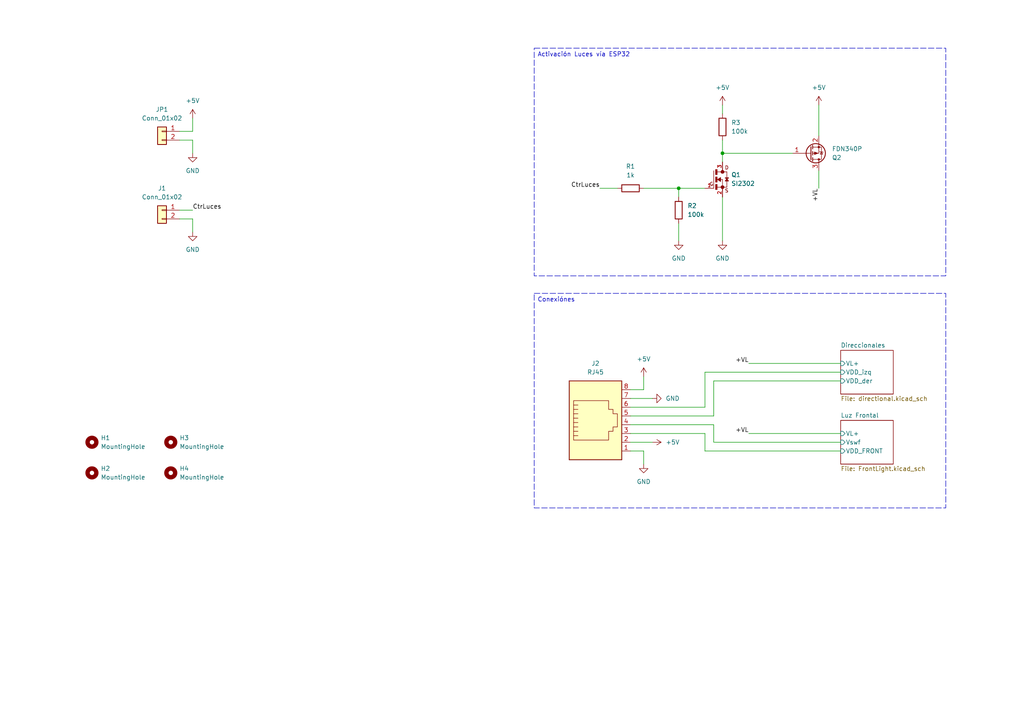
<source format=kicad_sch>
(kicad_sch (version 20230121) (generator eeschema)
  (paper "A4")
  (lib_symbols
    (symbol "Connector:RJ45" (pin_names (offset 1.016))
      (property "Reference" "J" (at -5.08 13.97 0))
      (property "Value" "RJ45" (at 2.54 13.97 0))
      (symbol "RJ45_0_1"
        (polyline (pts (xy -5.08 4.445) (xy -6.35 4.445)))
        (polyline (pts (xy -5.08 5.715) (xy -6.35 5.715)))
        (polyline (pts (xy -6.35 -3.175) (xy -5.08 -3.175) (xy -5.08 -3.175)))
        (polyline (pts (xy -6.35 -1.905) (xy -5.08 -1.905) (xy -5.08 -1.905)))
        (polyline (pts (xy -6.35 -0.635) (xy -5.08 -0.635) (xy -5.08 -0.635)))
        (polyline (pts (xy -6.35 0.635) (xy -5.08 0.635) (xy -5.08 0.635)))
        (polyline (pts (xy -6.35 1.905) (xy -5.08 1.905) (xy -5.08 1.905)))
        (polyline (pts (xy -5.08 3.175) (xy -6.35 3.175) (xy -6.35 3.175)))
        (polyline (pts (xy -6.35 -4.445) (xy -6.35 6.985) (xy 3.81 6.985) (xy 3.81 4.445) (xy 5.08 4.445) (xy 5.08 3.175) (xy 6.35 3.175) (xy 6.35 -0.635) (xy 5.08 -0.635) (xy 5.08 -1.905) (xy 3.81 -1.905) (xy 3.81 -4.445) (xy -6.35 -4.445) (xy -6.35 -4.445)))
        (rectangle (start 7.62 12.7) (end -7.62 -10.16) (stroke (width 0.254)) (fill (type background)))
      )
      (symbol "RJ45_1_1"
        (pin passive line (at 10.16 -7.62 180) (length 2.54) (name "~") (number "1"))
        (pin passive line (at 10.16 -5.08 180) (length 2.54) (name "~") (number "2"))
        (pin passive line (at 10.16 -2.54 180) (length 2.54) (name "~") (number "3"))
        (pin passive line (at 10.16 0 180) (length 2.54) (name "~") (number "4"))
        (pin passive line (at 10.16 2.54 180) (length 2.54) (name "~") (number "5"))
        (pin passive line (at 10.16 5.08 180) (length 2.54) (name "~") (number "6"))
        (pin passive line (at 10.16 7.62 180) (length 2.54) (name "~") (number "7"))
        (pin passive line (at 10.16 10.16 180) (length 2.54) (name "~") (number "8"))
      )
    )
    (symbol "Connector_Generic:Conn_01x02" (pin_names (offset 1.016) hide)
      (property "Reference" "J" (at 0 2.54 0))
      (property "Value" "Conn_01x02" (at 0 -5.08 0))
      (symbol "Conn_01x02_1_1"
        (rectangle (start -1.27 -2.413) (end 0 -2.667) (stroke (width 0.1524)))
        (rectangle (start -1.27 0.127) (end 0 -0.127) (stroke (width 0.1524)))
        (rectangle (start -1.27 1.27) (end 1.27 -3.81) (stroke (width 0.254)) (fill (type background)))
        (pin passive line (at -5.08 0 0) (length 3.81) (name "Pin_1") (number "1"))
        (pin passive line (at -5.08 -2.54 0) (length 3.81) (name "Pin_2") (number "2"))
      )
    )
    (symbol "Device:R" (pin_numbers hide) (pin_names (offset 0))
      (property "Reference" "R" (at 2.032 0 90))
      (property "Value" "R" (at 0 0 90))
      (symbol "R_0_1"
        (rectangle (start -1.016 -2.54) (end 1.016 2.54) (stroke (width 0.254)))
      )
      (symbol "R_1_1"
        (pin passive line (at 0 3.81 270) (length 1.27) (name "~") (number "1"))
        (pin passive line (at 0 -3.81 90) (length 1.27) (name "~") (number "2"))
      )
    )
    (symbol "Mechanical:MountingHole" (pin_names (offset 1.016))
      (property "Reference" "H" (at 0 5.08 0))
      (property "Value" "MountingHole" (at 0 3.175 0))
      (symbol "MountingHole_0_1"
        (circle (center 0 0) (radius 1.27) (stroke (width 1.27)))
      )
    )
    (symbol "Power_Conn_01x02:Conn_01x02" (pin_names (offset 1.016) hide)
      (property "Reference" "JP" (at 0 2.54 0))
      (property "Value" "Conn_01x02" (at 0 -5.08 0))
      (symbol "Conn_01x02_1_1"
        (rectangle (start -1.27 -2.413) (end 0 -2.667) (stroke (width 0.1524)))
        (rectangle (start -1.27 0.127) (end 0 -0.127) (stroke (width 0.1524)))
        (rectangle (start -1.27 1.27) (end 1.27 -3.81) (stroke (width 0.254)) (fill (type background)))
        (pin power_out line (at -5.08 0 0) (length 3.81) (name "Pin_1") (number "1"))
        (pin power_out line (at -5.08 -2.54 0) (length 3.81) (name "Pin_2") (number "2"))
      )
    )
    (symbol "SI2302:SI2302" (pin_names (offset 1.016))
      (property "Reference" "Q" (at 2.5417 0 0))
      (property "Value" "SI2302" (at 2.5438 -2.5438 0))
      (symbol "SI2302_0_0"
        (rectangle (start -2.035 1.399) (end -1.524 2.921) (stroke (width 0.1)) (fill (type outline)))
        (rectangle (start -2.0335 -2.9232) (end -1.524 -1.397) (stroke (width 0.1)) (fill (type outline)))
        (rectangle (start -2.0336 -0.7626) (end -1.524 0.762) (stroke (width 0.1)) (fill (type outline)))
        (circle (center 0 -2.2225) (radius 0.127) (stroke (width 0.4064)))
        (polyline (pts (xy -2.54 -2.54) (xy -2.54 2.54)) (stroke (width 0.1524)))
        (polyline (pts (xy -1.5875 -2.2225) (xy 0 -2.2225)) (stroke (width 0.1524)))
        (polyline (pts (xy -1.5875 2.2225) (xy 0 2.2225)) (stroke (width 0.1524)))
        (polyline (pts (xy -0.508 0) (xy 0 0)) (stroke (width 0.1524)))
        (polyline (pts (xy 0 -2.2225) (xy 0 -2.54)) (stroke (width 0.1524)))
        (polyline (pts (xy 0 0) (xy 0 -2.2225)) (stroke (width 0.1524)))
        (polyline (pts (xy 0 2.2225) (xy 1.27 2.2225)) (stroke (width 0.1524)))
        (polyline (pts (xy 0 2.54) (xy 0 2.2225)) (stroke (width 0.1524)))
        (polyline (pts (xy 1.27 -2.2225) (xy 0 -2.2225)) (stroke (width 0.1524)))
        (polyline (pts (xy 1.27 2.2225) (xy 1.27 -2.2225)) (stroke (width 0.1524)))
        (polyline (pts (xy -1.524 0) (xy -0.508 0.635) (xy -0.508 -0.635) (xy -1.524 0)) (stroke (width 0.1016)) (fill (type outline)))
        (polyline (pts (xy 1.27 0.3175) (xy 0.762 -0.4445) (xy 1.778 -0.4445) (xy 1.27 0.3175)) (stroke (width 0.1524)) (fill (type outline)))
        (circle (center 0 2.2225) (radius 0.127) (stroke (width 0.4064)))
        (rectangle (start 0.7632 0.318) (end 1.778 0.5715) (stroke (width 0.1)) (fill (type outline)))
        (text "D" (at 0.6361 2.8623 0) (effects (font (size 1.0177 1.0177)) (justify left bottom)))
        (text "G" (at -3.813 -1.9065 0) (effects (font (size 1.0168 1.0168)) (justify left bottom)))
        (text "S" (at 0.6357 -3.8141 0) (effects (font (size 1.0171 1.0171)) (justify left bottom)))
        (pin passive line (at -5.08 -2.54 0) (length 2.54) (name "~") (number "1"))
        (pin passive line (at 0 -5.08 90) (length 2.54) (name "~") (number "2"))
        (pin passive line (at 0 5.08 270) (length 2.54) (name "~") (number "3"))
      )
    )
    (symbol "Transistor_FET:FDN340P" (pin_names hide)
      (property "Reference" "Q" (at 5.08 1.905 0))
      (property "Value" "FDN340P" (at 5.08 0 0))
      (symbol "FDN340P_0_1"
        (polyline (pts (xy 0.254 0) (xy -2.54 0)))
        (polyline (pts (xy 0.254 1.905) (xy 0.254 -1.905)) (stroke (width 0.254)))
        (polyline (pts (xy 0.762 -1.27) (xy 0.762 -2.286)) (stroke (width 0.254)))
        (polyline (pts (xy 0.762 0.508) (xy 0.762 -0.508)) (stroke (width 0.254)))
        (polyline (pts (xy 0.762 2.286) (xy 0.762 1.27)) (stroke (width 0.254)))
        (polyline (pts (xy 2.54 2.54) (xy 2.54 1.778)))
        (polyline (pts (xy 2.54 -2.54) (xy 2.54 0) (xy 0.762 0)))
        (polyline (pts (xy 0.762 1.778) (xy 3.302 1.778) (xy 3.302 -1.778) (xy 0.762 -1.778)))
        (polyline (pts (xy 2.286 0) (xy 1.27 0.381) (xy 1.27 -0.381) (xy 2.286 0)) (fill (type outline)))
        (polyline (pts (xy 2.794 -0.508) (xy 2.921 -0.381) (xy 3.683 -0.381) (xy 3.81 -0.254)))
        (polyline (pts (xy 3.302 -0.381) (xy 2.921 0.254) (xy 3.683 0.254) (xy 3.302 -0.381)))
        (circle (center 1.651 0) (radius 2.794) (stroke (width 0.254)))
        (circle (center 2.54 -1.778) (radius 0.254) (fill (type outline)))
        (circle (center 2.54 1.778) (radius 0.254) (fill (type outline)))
      )
      (symbol "FDN340P_1_1"
        (pin input line (at -5.08 0 0) (length 2.54) (name "G") (number "1"))
        (pin passive line (at 2.54 -5.08 90) (length 2.54) (name "S") (number "2"))
        (pin passive line (at 2.54 5.08 270) (length 2.54) (name "D") (number "3"))
      )
    )
    (symbol "power:+5V" (power) (pin_names (offset 0))
      (property "Value" "+5V" (at 0 3.556 0))
      (symbol "+5V_0_1"
        (polyline (pts (xy -0.762 1.27) (xy 0 2.54)))
        (polyline (pts (xy 0 0) (xy 0 2.54)))
        (polyline (pts (xy 0 2.54) (xy 0.762 1.27)))
      )
      (symbol "+5V_1_1"
        (pin power_in line (at 0 0 90) (length 0) hide (name "+5V") (number "1"))
      )
    )
    (symbol "power:GND" (power) (pin_names (offset 0))
      (property "Value" "GND" (at 0 -3.81 0))
      (symbol "GND_0_1"
        (polyline (pts (xy 0 0) (xy 0 -1.27) (xy 1.27 -1.27) (xy 0 -2.54) (xy -1.27 -1.27) (xy 0 -1.27)))
      )
      (symbol "GND_1_1"
        (pin power_in line (at 0 0 270) (length 0) hide (name "GND") (number "1"))
      )
    )
  )
  (junction (at 196.85 54.61))
  (junction (at 209.55 44.45))
  (wire (pts (xy 243.84 130.81) (xy 204.47 130.81)))
  (wire (pts (xy 204.47 107.95) (xy 204.47 118.11)))
  (wire (pts (xy 186.69 54.61) (xy 196.85 54.61)))
  (wire (pts (xy 182.88 120.65) (xy 207.01 120.65)))
  (wire (pts (xy 217.17 105.41) (xy 243.84 105.41)))
  (wire (pts (xy 237.49 49.53) (xy 237.49 54.61)))
  (wire (pts (xy 55.88 63.5) (xy 52.07 63.5)))
  (wire (pts (xy 186.69 113.03) (xy 186.69 109.22)))
  (wire (pts (xy 173.99 54.61) (xy 179.07 54.61)))
  (wire (pts (xy 209.55 44.45) (xy 209.55 46.99)))
  (wire (pts (xy 196.85 57.15) (xy 196.85 54.61)))
  (wire (pts (xy 186.69 130.81) (xy 186.69 134.62)))
  (wire (pts (xy 243.84 128.27) (xy 207.01 128.27)))
  (wire (pts (xy 209.55 44.45) (xy 229.87 44.45)))
  (wire (pts (xy 52.07 38.1) (xy 55.88 38.1)))
  (wire (pts (xy 209.55 30.48) (xy 209.55 33.02)))
  (wire (pts (xy 196.85 54.61) (xy 204.47 54.61)))
  (wire (pts (xy 207.01 128.27) (xy 207.01 123.19)))
  (wire (pts (xy 243.84 110.49) (xy 207.01 110.49)))
  (wire (pts (xy 182.88 118.11) (xy 204.47 118.11)))
  (wire (pts (xy 182.88 130.81) (xy 186.69 130.81)))
  (wire (pts (xy 55.88 40.64) (xy 52.07 40.64)))
  (wire (pts (xy 243.84 107.95) (xy 204.47 107.95)))
  (wire (pts (xy 209.55 40.64) (xy 209.55 44.45)))
  (wire (pts (xy 217.17 125.73) (xy 243.84 125.73)))
  (wire (pts (xy 182.88 123.19) (xy 207.01 123.19)))
  (wire (pts (xy 55.88 44.45) (xy 55.88 40.64)))
  (wire (pts (xy 182.88 125.73) (xy 204.47 125.73)))
  (wire (pts (xy 196.85 64.77) (xy 196.85 69.85)))
  (wire (pts (xy 207.01 110.49) (xy 207.01 120.65)))
  (wire (pts (xy 182.88 115.57) (xy 189.23 115.57)))
  (wire (pts (xy 55.88 67.31) (xy 55.88 63.5)))
  (wire (pts (xy 182.88 113.03) (xy 186.69 113.03)))
  (wire (pts (xy 52.07 60.96) (xy 55.88 60.96)))
  (wire (pts (xy 182.88 128.27) (xy 189.23 128.27)))
  (wire (pts (xy 237.49 30.48) (xy 237.49 39.37)))
  (wire (pts (xy 209.55 57.15) (xy 209.55 69.85)))
  (wire (pts (xy 204.47 130.81) (xy 204.47 125.73)))
  (wire (pts (xy 55.88 38.1) (xy 55.88 34.29)))
  (text_box "Activación Luces vía ESP32\n" (at 154.94 13.97 0) (size 119.38 66.04) (stroke (width 0) (type dash)) (effects (font (size 1.27 1.27)) (justify left top)))
  (text_box "Conexiónes" (at 154.94 85.09 0) (size 119.38 62.23) (stroke (width 0) (type dash)) (effects (font (size 1.27 1.27)) (justify left top)))
  (label "CtrLuces" (at 173.99 54.61 180))
  (label "+VL" (at 237.49 54.61 270))
  (label "+VL" (at 217.17 105.41 180))
  (label "+VL" (at 217.17 125.73 180))
  (label "CtrLuces" (at 55.88 60.96 0))
  (symbol (lib_id "Connector_Generic:Conn_01x02") (at 46.99 60.96 0) (mirror y) (unit 1)
    (property "Reference" "J1" (at 46.99 54.61 0))
    (property "Value" "Conn_01x02" (at 46.99 57.15 0))
    (property "Footprint" "Connector_JST:JST_XH_B2B-XH-A_1x02_P2.50mm_Vertical" (effects hide))
  )
  (symbol (lib_id "power:GND") (at 209.55 69.85 0) (unit 1)
    (property "Reference" "#PWR010" (effects hide))
    (property "Value" "GND" (at 209.55 74.93 0))
  )
  (symbol (lib_id "power:+5V") (at 189.23 128.27 270) (unit 1)
    (property "Reference" "#PWR07" (effects hide))
    (property "Value" "+5V" (at 193.04 128.27 90) (effects (justify left)))
  )
  (symbol (lib_id "Device:R") (at 209.55 36.83 0) (unit 1)
    (property "Reference" "R3" (at 212.09 35.56 0) (effects (justify left)))
    (property "Value" "100k" (at 212.09 38.1 0) (effects (justify left)))
    (property "Footprint" "Resistor_SMD:R_0805_2012Metric_Pad1.20x1.40mm_HandSolder" (effects hide))
  )
  (symbol (lib_id "power:GND") (at 196.85 69.85 0) (unit 1)
    (property "Reference" "#PWR08" (effects hide))
    (property "Value" "GND" (at 196.85 74.93 0))
  )
  (symbol (lib_id "power:GND") (at 186.69 134.62 0) (unit 1)
    (property "Reference" "#PWR05" (effects hide))
    (property "Value" "GND" (at 186.69 139.7 0))
  )
  (symbol (lib_id "power:+5V") (at 237.49 30.48 0) (unit 1)
    (property "Reference" "#PWR011" (effects hide))
    (property "Value" "+5V" (at 237.49 25.4 0))
  )
  (symbol (lib_id "Transistor_FET:FDN340P") (at 234.95 44.45 0) (mirror x) (unit 1)
    (property "Reference" "Q2" (at 241.3 45.72 0) (effects (justify left)))
    (property "Value" "FDN340P" (at 241.3 43.18 0) (effects (justify left)))
    (property "Footprint" "Package_TO_SOT_SMD:SuperSOT-3" (effects hide))
    (property "Datasheet" "https://www.onsemi.com/pub/Collateral/FDN340P-D.PDF" (effects hide))
  )
  (symbol (lib_id "Mechanical:MountingHole") (at 26.67 137.16 0) (unit 1)
    (property "Reference" "H2" (at 29.21 135.89 0) (effects (justify left)))
    (property "Value" "MountingHole" (at 29.21 138.43 0) (effects (justify left)))
    (property "Footprint" "MountingHole:MountingHole_2.2mm_M2" (effects hide))
  )
  (symbol (lib_id "Connector:RJ45") (at 172.72 123.19 0) (unit 1)
    (property "Reference" "J2" (at 172.72 105.41 0))
    (property "Value" "RJ45" (at 172.72 107.95 0))
    (property "Footprint" "Connector_RJ:RJ45_Amphenol_RJHSE538X" (effects hide))
  )
  (symbol (lib_id "Mechanical:MountingHole") (at 49.53 128.27 0) (unit 1)
    (property "Reference" "H3" (at 52.07 127 0) (effects (justify left)))
    (property "Value" "MountingHole" (at 52.07 129.54 0) (effects (justify left)))
    (property "Footprint" "MountingHole:MountingHole_2.2mm_M2" (effects hide))
  )
  (symbol (lib_id "power:+5V") (at 55.88 34.29 0) (unit 1)
    (property "Reference" "#PWR01" (effects hide))
    (property "Value" "+5V" (at 55.88 29.21 0))
  )
  (symbol (lib_id "power:+5V") (at 186.69 109.22 0) (unit 1)
    (property "Reference" "#PWR04" (effects hide))
    (property "Value" "+5V" (at 186.69 104.14 0))
  )
  (symbol (lib_id "Device:R") (at 196.85 60.96 0) (unit 1)
    (property "Reference" "R2" (at 199.39 59.69 0) (effects (justify left)))
    (property "Value" "100k" (at 199.39 62.23 0) (effects (justify left)))
    (property "Footprint" "Resistor_SMD:R_0805_2012Metric_Pad1.20x1.40mm_HandSolder" (effects hide))
  )
  (symbol (lib_id "power:GND") (at 55.88 44.45 0) (unit 1)
    (property "Reference" "#PWR02" (effects hide))
    (property "Value" "GND" (at 55.88 49.53 0))
  )
  (symbol (lib_id "Device:R") (at 182.88 54.61 90) (unit 1)
    (property "Reference" "R1" (at 182.88 48.26 90))
    (property "Value" "1k" (at 182.88 50.8 90))
    (property "Footprint" "Resistor_SMD:R_0805_2012Metric_Pad1.20x1.40mm_HandSolder" (effects hide))
  )
  (symbol (lib_id "Power_Conn_01x02:Conn_01x02") (at 46.99 38.1 0) (mirror y) (unit 1)
    (property "Reference" "JP1" (at 46.99 31.75 0))
    (property "Value" "Conn_01x02" (at 46.99 34.29 0))
    (property "Footprint" "Connector_JST:JST_XH_B2B-XH-A_1x02_P2.50mm_Vertical" (effects hide))
  )
  (symbol (lib_id "Mechanical:MountingHole") (at 26.67 128.27 0) (unit 1)
    (property "Reference" "H1" (at 29.21 127 0) (effects (justify left)))
    (property "Value" "MountingHole" (at 29.21 129.54 0) (effects (justify left)))
    (property "Footprint" "MountingHole:MountingHole_2.2mm_M2" (effects hide))
  )
  (symbol (lib_id "power:GND") (at 189.23 115.57 90) (unit 1)
    (property "Reference" "#PWR06" (effects hide))
    (property "Value" "GND" (at 193.04 115.57 90) (effects (justify right)))
  )
  (symbol (lib_id "power:GND") (at 55.88 67.31 0) (unit 1)
    (property "Reference" "#PWR03" (effects hide))
    (property "Value" "GND" (at 55.88 72.39 0))
  )
  (symbol (lib_id "Mechanical:MountingHole") (at 49.53 137.16 0) (unit 1)
    (property "Reference" "H4" (at 52.07 135.89 0) (effects (justify left)))
    (property "Value" "MountingHole" (at 52.07 138.43 0) (effects (justify left)))
    (property "Footprint" "MountingHole:MountingHole_2.2mm_M2" (effects hide))
  )
  (symbol (lib_id "SI2302:SI2302") (at 209.55 52.07 0) (unit 1)
    (property "Reference" "Q1" (at 212.09 50.6951 0) (effects (justify left)))
    (property "Value" "SI2302" (at 212.09 53.2351 0) (effects (justify left)))
    (property "Footprint" "Package_TO_SOT_SMD:SOT-23" (effects hide))
    (property "MF" "Micro Commercial Components (MCC)" (effects hide))
    (property "Description" "\nN-Channel 20V 2.6A (Ta) 710mW (Ta) Surface Mount SOT-23-3 (TO-236)\n" (effects hide))
    (property "Package" "TO-236-3 Micro Commercial Components (MCC)" (effects hide))
    (property "Price" "None" (effects hide))
    (property "SnapEDA_Link" "https://www.snapeda.com/parts/SI2302/Micro+Commercial+Components/view-part/?ref=snap" (effects hide))
    (property "MP" "SI2302" (effects hide))
    (property "Availability" "Not in stock" (effects hide))
    (property "Check_prices" "https://www.snapeda.com/parts/SI2302/Micro+Commercial+Components/view-part/?ref=eda" (effects hide))
  )
  (symbol (lib_id "power:+5V") (at 209.55 30.48 0) (unit 1)
    (property "Reference" "#PWR09" (effects hide))
    (property "Value" "+5V" (at 209.55 25.4 0))
  )
  (sheet (at 243.84 101.6) (size 15.24 12.7) (stroke (width 0.1524))
    (property "Sheetname" "Direccionales" (at 243.84 100.8884 0) (effects (justify left bottom)))
    (property "Sheetfile" "directional.kicad_sch" (at 243.84 114.8846 0) (effects (justify left top)))
    (pin "VL+" input (at 243.84 105.41 180))
    (pin "VDD_izq" input (at 243.84 107.95 180))
    (pin "VDD_der" input (at 243.84 110.49 180))
  )
  (sheet (at 243.84 121.92) (size 15.24 12.7) (stroke (width 0.1524))
    (property "Sheetname" "Luz Frontal" (at 243.84 121.2084 0) (effects (justify left bottom)))
    (property "Sheetfile" "FrontLight.kicad_sch" (at 243.84 135.2046 0) (effects (justify left top)))
    (pin "Vswf" input (at 243.84 128.27 180))
    (pin "VL+" input (at 243.84 125.73 180))
    (pin "VDD_FRONT" input (at 243.84 130.81 180))
  )
)
</source>
